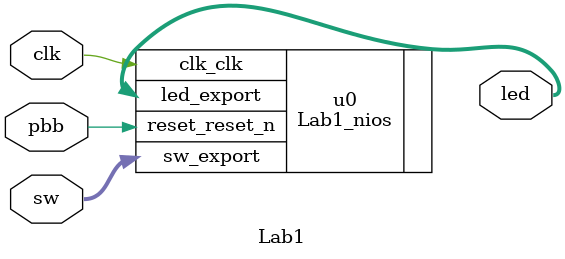
<source format=sv>
module Lab1 (
	input bit clk,
	input bit [7:0] sw,
	input bit pbb,
	output bit [7:0] led
);

	Lab1_nios u0 (
		.clk_clk			(clk),
		.reset_reset_n	(pbb),
		.led_export		(led),
		.sw_export		(sw)
	);

endmodule

</source>
